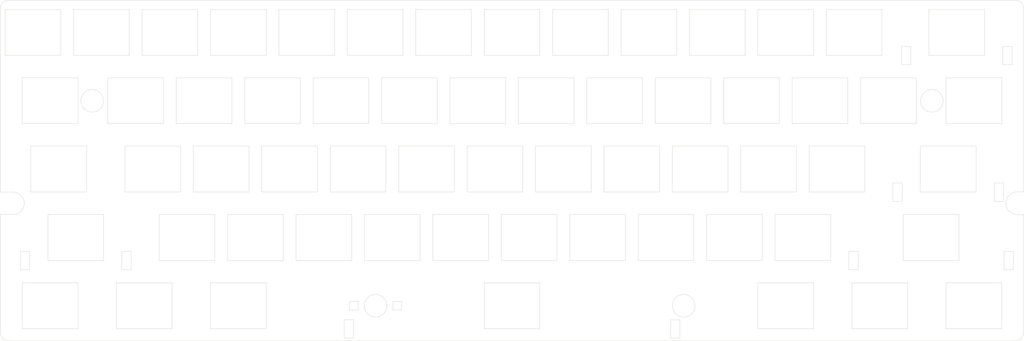
<source format=kicad_pcb>
(kicad_pcb (version 20210228) (generator pcbnew)

  (general
    (thickness 1.6)
  )

  (paper "A4")
  (layers
    (0 "F.Cu" signal)
    (31 "B.Cu" signal)
    (32 "B.Adhes" user "B.Adhesive")
    (33 "F.Adhes" user "F.Adhesive")
    (34 "B.Paste" user)
    (35 "F.Paste" user)
    (36 "B.SilkS" user "B.Silkscreen")
    (37 "F.SilkS" user "F.Silkscreen")
    (38 "B.Mask" user)
    (39 "F.Mask" user)
    (40 "Dwgs.User" user "User.Drawings")
    (41 "Cmts.User" user "User.Comments")
    (42 "Eco1.User" user "User.Eco1")
    (43 "Eco2.User" user "User.Eco2")
    (44 "Edge.Cuts" user)
    (45 "Margin" user)
    (46 "B.CrtYd" user "B.Courtyard")
    (47 "F.CrtYd" user "F.Courtyard")
    (48 "B.Fab" user)
    (49 "F.Fab" user)
    (50 "User.1" user)
    (51 "User.2" user)
    (52 "User.3" user)
    (53 "User.4" user)
    (54 "User.5" user)
    (55 "User.6" user)
    (56 "User.7" user)
    (57 "User.8" user)
    (58 "User.9" user)
  )

  (setup
    (pad_to_mask_clearance 0)
    (pcbplotparams
      (layerselection 0x00010fc_ffffffff)
      (disableapertmacros false)
      (usegerberextensions false)
      (usegerberattributes true)
      (usegerberadvancedattributes true)
      (creategerberjobfile true)
      (svguseinch false)
      (svgprecision 6)
      (excludeedgelayer true)
      (plotframeref false)
      (viasonmask false)
      (mode 1)
      (useauxorigin false)
      (hpglpennumber 1)
      (hpglpenspeed 20)
      (hpglpendiameter 15.000000)
      (dxfpolygonmode true)
      (dxfimperialunits true)
      (dxfusepcbnewfont true)
      (psnegative false)
      (psa4output false)
      (plotreference true)
      (plotvalue true)
      (plotinvisibletext false)
      (sketchpadsonfab false)
      (subtractmaskfromsilk false)
      (outputformat 1)
      (mirror false)
      (drillshape 0)
      (scaleselection 1)
      (outputdirectory "C:/Users/lfgab/Documents/GitHub/alpine-fr4-plate/alps64/gerbers/")
    )
  )


  (net 0 "")

  (gr_line (start 235.3375 98.074999) (end 219.8375 98.074999) (layer "Edge.Cuts") (width 0.1) (tstamp 0138c60c-2a4e-439c-91c1-523a8a38bbe4))
  (gr_line (start 193.375 132.525) (end 193.375 127.425) (layer "Edge.Cuts") (width 0.1) (tstamp 0144715c-ceab-4c6f-b65f-9b8d25c97320))
  (gr_line (start 241.26875 117.125) (end 241.26875 129.925) (layer "Edge.Cuts") (width 0.1) (tstamp 017dc4ab-ce9c-4919-9acf-e249326bc4fd))
  (gr_line (start 37.981249 113.475) (end 40.581249 113.475) (layer "Edge.Cuts") (width 0.1) (tstamp 031075aa-a3f8-4e3e-9010-3fd5e4bdaead))
  (gr_line (start 197.2375 98.074999) (end 181.7375 98.074999) (layer "Edge.Cuts") (width 0.1) (tstamp 03d44e03-a166-4745-9a86-d73ff0fb9dc8))
  (gr_line (start 113.475 124.725) (end 113.475 122.324999) (layer "Edge.Cuts") (width 0.1) (tstamp 043eb206-76c2-4bf2-b647-6aa5629f616f))
  (gr_line (start 149.6125 79.025) (end 134.1125 79.025) (layer "Edge.Cuts") (width 0.1) (tstamp 046311b2-b7eb-41cf-ae51-29c125fded3c))
  (gr_line (start 10.2875 117.125) (end 10.2875 129.925) (layer "Edge.Cuts") (width 0.1) (tstamp 04a4f266-ca85-4936-8e40-b014e5da8146))
  (gr_line (start 106.75 59.975) (end 91.25 59.975) (layer "Edge.Cuts") (width 0.1) (tstamp 058be06c-bc62-4e1c-8813-9fd1b7ad67ba))
  (gr_line (start 240.1 72.775) (end 240.1 59.975) (layer "Edge.Cuts") (width 0.1) (tstamp 05d15487-9978-4b40-bba0-ac7cac662874))
  (gr_line (start 206.7625 91.825) (end 206.7625 79.025) (layer "Edge.Cuts") (width 0.1) (tstamp 066c9218-3022-4c9d-8290-48d07570c86c))
  (gr_circle (center 194.425 123.525) (end 197.575 123.525) (layer "Edge.Cuts") (width 0.1) (fill none) (tstamp 06bf8005-f488-46ee-b1f1-424483a605f1))
  (gr_line (start 267.4625 72.775) (end 282.9625 72.775) (layer "Edge.Cuts") (width 0.1) (tstamp 072b20b1-7f65-4878-8e66-3f81d47be697))
  (gr_line (start 163.9 72.775) (end 163.9 59.975) (layer "Edge.Cuts") (width 0.1) (tstamp 08faaefb-e78e-4075-9333-312853415c9a))
  (gr_line (start 124.5875 110.875) (end 140.0875 110.875) (layer "Edge.Cuts") (width 0.1) (tstamp 0985a451-ac98-4b43-96d3-f6b26465e909))
  (gr_line (start 102.475 132.525) (end 99.875 132.525) (layer "Edge.Cuts") (width 0.1) (tstamp 09e132c8-95cd-49e3-9bc9-aa2f2651a299))
  (gr_line (start 262.699999 53.725) (end 278.199999 53.725) (layer "Edge.Cuts") (width 0.1) (tstamp 0ac4a34b-854c-4af0-8450-c04020c475e6))
  (gr_line (start 57.9125 91.825) (end 73.412499 91.825) (layer "Edge.Cuts") (width 0.1) (tstamp 0adec49a-a799-4ce5-86c2-ca7081c3ec1d))
  (gr_line (start 68.649999 72.775) (end 68.649999 59.975) (layer "Edge.Cuts") (width 0.1) (tstamp 0b4f227b-444b-4349-a98f-a688cd926508))
  (gr_line (start 34.099999 59.975) (end 34.099999 72.775) (layer "Edge.Cuts") (width 0.1) (tstamp 0d979cfc-d78a-4190-ae95-1fe522df0a1a))
  (gr_line (start 10.2875 72.775) (end 25.7875 72.775) (layer "Edge.Cuts") (width 0.1) (tstamp 0f08c217-b7e1-4c31-b51c-2e0032b344b6))
  (gr_line (start 100.775 53.725) (end 116.275 53.725) (layer "Edge.Cuts") (width 0.1) (tstamp 0f47bdf5-1877-4099-92a5-b0a3552668ed))
  (gr_line (start 257.65 56.325) (end 255.05 56.325) (layer "Edge.Cuts") (width 0.1) (tstamp 0f852242-0c9e-44cb-babc-f7dd9464a17a))
  (gr_line (start 181.7375 110.875) (end 197.2375 110.875) (layer "Edge.Cuts") (width 0.1) (tstamp 10863129-5bcd-487f-80d2-e1e4fad07143))
  (gr_line (start 105.5375 98.074999) (end 105.5375 110.875) (layer "Edge.Cuts") (width 0.1) (tstamp 10d38162-bb01-4b4f-8fb1-0e3d3ecbaec8))
  (gr_line (start 54.3625 79.025) (end 38.8625 79.025) (layer "Edge.Cuts") (width 0.1) (tstamp 127dddf6-3d82-4609-ad01-653a86502936))
  (gr_line (start 190.775 132.525) (end 193.375 132.525) (layer "Edge.Cuts") (width 0.1) (tstamp 15261507-46e8-4a50-aca0-2b5a44afe77c))
  (gr_line (start 283.46875 89.325) (end 280.86875 89.325) (layer "Edge.Cuts") (width 0.1) (tstamp 1529e968-e686-4c93-a241-dc813bd9af50))
  (gr_line (start 278.199999 40.925) (end 262.699999 40.925) (layer "Edge.Cuts") (width 0.1) (tstamp 15471e5a-8dde-4cf4-b7aa-8d643d2839a8))
  (gr_line (start 267.4625 117.125) (end 267.4625 129.925) (layer "Edge.Cuts") (width 0.1) (tstamp 16800cb5-2a3f-472d-8ea2-3ad91b4f3733))
  (gr_line (start 271.05625 98.074999) (end 255.55625 98.074999) (layer "Edge.Cuts") (width 0.1) (tstamp 172af558-2399-4327-a143-435c0bf56686))
  (gr_line (start 12.66875 91.825) (end 28.168749 91.825) (layer "Edge.Cuts") (width 0.1) (tstamp 1755c062-e528-4481-849b-56c775885418))
  (gr_line (start 40.581249 113.475) (end 40.581249 108.375) (layer "Edge.Cuts") (width 0.1) (tstamp 1883198a-6337-44a4-867d-3623c2bc6972))
  (gr_line (start 192.475 53.725) (end 192.475 40.925) (layer "Edge.Cuts") (width 0.1) (tstamp 191d71d9-6b84-4d98-a150-2196a9856d0e))
  (gr_line (start 192.475 40.925) (end 176.975 40.925) (layer "Edge.Cuts") (width 0.1) (tstamp 1c9e6a83-a04b-4af6-aa30-8d4755d12826))
  (gr_line (start 73.412499 91.825) (end 73.412499 79.025) (layer "Edge.Cuts") (width 0.1) (tstamp 1e00f5c1-4c32-4d4a-80a6-7d158a034a8f))
  (gr_line (start 99.875 127.425) (end 102.475 127.425) (layer "Edge.Cuts") (width 0.1) (tstamp 1e606ec2-64d1-4215-916e-63dff40156b1))
  (gr_line (start 256.76875 117.125) (end 241.26875 117.125) (layer "Edge.Cuts") (width 0.1) (tstamp 1e730ca4-b685-474c-9da7-35860963f3e1))
  (gr_line (start 25.7875 59.975) (end 10.2875 59.975) (layer "Edge.Cuts") (width 0.1) (tstamp 1f475e3b-e3e7-4793-89d1-7c817b650d71))
  (gr_line (start 157.925 40.925) (end 157.925 53.725) (layer "Edge.Cuts") (width 0.1) (tstamp 1f74e056-8f51-4a49-966b-11cf47fb086f))
  (gr_line (start 86.4875 98.074999) (end 86.4875 110.875) (layer "Edge.Cuts") (width 0.1) (tstamp 1fb25229-46c6-44b2-8c1a-265d089a93ef))
  (gr_line (start 111.5125 79.025) (end 96.0125 79.025) (layer "Edge.Cuts") (width 0.1) (tstamp 203ff4ce-d9d1-4113-81e0-9225789c4cf9))
  (gr_line (start 224.6 72.775) (end 240.1 72.775) (layer "Edge.Cuts") (width 0.1) (tstamp 209454b7-4a12-46ae-9786-6083663c7baa))
  (gr_line (start 81.724999 53.725) (end 97.225 53.725) (layer "Edge.Cuts") (width 0.1) (tstamp 214344ad-5a68-4e96-a2e6-13596f08ae6b))
  (gr_line (start 73.412499 79.025) (end 57.9125 79.025) (layer "Edge.Cuts") (width 0.1) (tstamp 21766d68-9b11-4c61-ba8c-099c1c364fd4))
  (gr_line (start 49.599999 72.775) (end 49.599999 59.975) (layer "Edge.Cuts") (width 0.1) (tstamp 21d9a72b-02f0-45e3-a8a8-e4c93f622f10))
  (gr_line (start 157.925 53.725) (end 173.425 53.725) (layer "Edge.Cuts") (width 0.1) (tstamp 2240b5c6-ef95-44c2-8415-0d299c6cb3b6))
  (gr_line (start 106.75 72.775) (end 106.75 59.975) (layer "Edge.Cuts") (width 0.1) (tstamp 22631594-af97-4826-a00a-c8735c0e5bdc))
  (gr_line (start 221.05 59.975) (end 205.55 59.975) (layer "Edge.Cuts") (width 0.1) (tstamp 22acf47a-c8b7-44b7-a29b-1d251c832d95))
  (gr_line (start 176.975 53.725) (end 192.475 53.725) (layer "Edge.Cuts") (width 0.1) (tstamp 23560569-4294-4fc6-bcd2-5e22ab2b0ea8))
  (gr_line (start 101.375 124.725) (end 101.375 122.324999) (layer "Edge.Cuts") (width 0.1) (tstamp 2418b009-adac-4c51-842a-5735e369665b))
  (gr_line (start 10.2875 129.925) (end 25.7875 129.925) (layer "Edge.Cuts") (width 0.1) (tstamp 257a22fb-7e30-4203-a0a4-25866d8e6c2f))
  (gr_line (start 100.775 40.925) (end 100.775 53.725) (layer "Edge.Cuts") (width 0.1) (tstamp 2710d280-7e6b-4d1b-a614-87128fc9633e))
  (gr_line (start 230.575 117.125) (end 215.075 117.125) (layer "Edge.Cuts") (width 0.1) (tstamp 2802252d-d85c-4aa5-9d33-fb09aa49efa5))
  (gr_line (start 182.95 72.775) (end 182.95 59.975) (layer "Edge.Cuts") (width 0.1) (tstamp 28c69063-b494-4697-b8db-e9166cc9a2ca))
  (gr_line (start 252.66875 89.325) (end 255.26875 89.325) (layer "Edge.Cuts") (width 0.1) (tstamp 2950f32d-6aa4-4227-b0dc-7d6c27640659))
  (gr_line (start 191.2625 91.825) (end 206.7625 91.825) (layer "Edge.Cuts") (width 0.1) (tstamp 29517d5a-7b69-4724-80d8-1bf12dfcb252))
  (gr_line (start 115.875 122.324999) (end 115.875 124.725) (layer "Edge.Cuts") (width 0.1) (tstamp 29f0230e-e03e-45bb-837c-e96e8ddd4074))
  (gr_line (start 25.7875 129.925) (end 25.7875 117.125) (layer "Edge.Cuts") (width 0.1) (tstamp 2a26cbba-fdaf-43de-9b52-198ab06e2887))
  (gr_line (start 287.324999 98.149999) (end 289.125 98.149999) (layer "Edge.Cuts") (width 0.1) (tstamp 2ac69696-e514-4bc0-b7fc-5792e0db9267))
  (gr_line (start 255.05 56.325) (end 255.05 51.225) (layer "Edge.Cuts") (width 0.1) (tstamp 2bde38f2-a9d4-46b8-811c-ae06c2de9319))
  (gr_line (start 99.875 132.525) (end 99.875 127.425) (layer "Edge.Cuts") (width 0.1) (tstamp 2bdee1fa-7609-482b-b3cf-f4eda71748ea))
  (gr_line (start 255.26875 94.425) (end 252.66875 94.425) (layer "Edge.Cuts") (width 0.1) (tstamp 2c4f3256-1531-42c2-83c1-aaada750c53b))
  (gr_line (start 92.4625 79.025) (end 76.962499 79.025) (layer "Edge.Cuts") (width 0.1) (tstamp 2c96f66a-92ec-4fdb-9a27-ace7340856cb))
  (gr_line (start 178.187499 98.074999) (end 162.6875 98.074999) (layer "Edge.Cuts") (width 0.1) (tstamp 2f212629-4748-47e6-8772-ef74102f4498))
  (gr_line (start 234.125 53.725) (end 249.625 53.725) (layer "Edge.Cuts") (width 0.1) (tstamp 2f482799-1a3f-45f3-b378-af495557b980))
  (gr_line (start 205.55 59.975) (end 205.55 72.775) (layer "Edge.Cuts") (width 0.1) (tstamp 30fe3261-8b57-40d6-a53f-9305aff5874f))
  (gr_line (start 159.1375 98.074999) (end 143.6375 98.074999) (layer "Edge.Cuts") (width 0.1) (tstamp 3121e120-3dfd-4a27-aa20-ed2e9ebb7bda))
  (gr_line (start 40.074999 40.925) (end 24.574999 40.925) (layer "Edge.Cuts") (width 0.1) (tstamp 32e7d099-07c5-401b-80ff-aae560160b51))
  (gr_line (start 202 59.975) (end 186.5 59.975) (layer "Edge.Cuts") (width 0.1) (tstamp 35731a6d-ab8f-4467-bd41-8d15f8bed5d9))
  (gr_line (start 4.125 98.05) (end 4.125 130.824999) (layer "Edge.Cuts") (width 0.1) (tstamp 35e57c7b-1477-46ba-86d5-a013dad77392))
  (gr_arc (start 7.725 94.95) (end 7.725 98.05) (angle -180) (layer "Edge.Cuts") (width 0.1) (tstamp 369d4982-fdec-437a-a05d-582e64794f5a))
  (gr_line (start 36.481199 129.925) (end 51.981199 129.925) (layer "Edge.Cuts") (width 0.1) (tstamp 383ef227-38f1-4b62-9d8d-cb9e3ce546e7))
  (gr_line (start 271.05625 110.875) (end 271.05625 98.074999) (layer "Edge.Cuts") (width 0.1) (tstamp 3888130b-d5dc-4e6a-9968-49f422acc99b))
  (gr_circle (center 29.7375 66.375) (end 32.887499 66.375) (layer "Edge.Cuts") (width 0.1) (fill none) (tstamp 389380ca-d443-4e3c-9a03-d516f35f17ff))
  (gr_line (start 17.431251 98.074999) (end 17.431251 110.875) (layer "Edge.Cuts") (width 0.1) (tstamp 39ae5f70-b2f2-4965-b263-58f4893cfd6d))
  (gr_line (start 32.93125 110.875) (end 32.93125 98.074999) (layer "Edge.Cuts") (width 0.1) (tstamp 3a40edd3-81b2-4326-a2c0-c46df227d454))
  (gr_line (start 240.40625 113.475) (end 240.40625 108.375) (layer "Edge.Cuts") (width 0.1) (tstamp 3d812bbd-d35a-48a0-ba88-63e97534f038))
  (gr_line (start 103.775 124.725) (end 101.375 124.725) (layer "Edge.Cuts") (width 0.1) (tstamp 3dde49e3-1e1a-426e-bb51-e1981bbee013))
  (gr_line (start 21.025001 40.925) (end 5.525 40.925) (layer "Edge.Cuts") (width 0.1) (tstamp 3e0d77dd-b43d-4f8d-aef4-aed4639da04d))
  (gr_line (start 82.9375 110.875) (end 82.9375 98.074999) (layer "Edge.Cuts") (width 0.1) (tstamp 3e5be724-6edf-4a1c-bc73-5dac69f6e1f8))
  (gr_line (start 12.38125 113.475) (end 9.78125 113.475) (layer "Edge.Cuts") (width 0.1) (tstamp 3faf8278-a6bd-4482-a5b7-f13720615232))
  (gr_line (start 96.0125 79.025) (end 96.0125 91.825) (layer "Edge.Cuts") (width 0.1) (tstamp 402aa0df-9607-48a4-9f84-9ccc57f03c4a))
  (gr_line (start 282.9625 129.925) (end 282.9625 117.125) (layer "Edge.Cuts") (width 0.1) (tstamp 405ab956-86a4-4817-bf51-c1fb2221dea8))
  (gr_line (start 62.675 129.925) (end 78.175 129.925) (layer "Edge.Cuts") (width 0.1) (tstamp 4061e388-148d-4d9f-9ead-050900fabf6c))
  (gr_line (start 229.3625 79.025) (end 229.3625 91.825) (layer "Edge.Cuts") (width 0.1) (tstamp 4090b67b-dbec-4f55-ab33-942448688408))
  (gr_line (start 59.125 40.925) (end 43.625 40.925) (layer "Edge.Cuts") (width 0.1) (tstamp 40a8c7da-7668-4e23-afc3-a113b310828e))
  (gr_line (start 130.562499 91.825) (end 130.562499 79.025) (layer "Edge.Cuts") (width 0.1) (tstamp 40be5700-67f6-4807-a128-5f4ba694b959))
  (gr_line (start 135.325 40.925) (end 119.825 40.925) (layer "Edge.Cuts") (width 0.1) (tstamp 428a6435-3efe-474b-a2ef-9b3da6414d8a))
  (gr_line (start 211.525 53.725) (end 211.525 40.925) (layer "Edge.Cuts") (width 0.1) (tstamp 42c7e40a-3b89-48ad-b34c-057132f4c77c))
  (gr_line (start 62.675 53.725) (end 78.175 53.725) (layer "Edge.Cuts") (width 0.1) (tstamp 43de348e-c85b-4ce8-84bf-a8308b03a283))
  (gr_line (start 68.649999 59.975) (end 53.15 59.975) (layer "Edge.Cuts") (width 0.1) (tstamp 43f32448-e437-4920-8fe6-5da1bb9d2cbf))
  (gr_line (start 190.775 127.425) (end 190.775 132.525) (layer "Edge.Cuts") (width 0.1) (tstamp 4470e746-8e5e-477f-b208-c6e4c887e75c))
  (gr_line (start 125.8 72.775) (end 125.8 59.975) (layer "Edge.Cuts") (width 0.1) (tstamp 4495b53b-3ef5-4e6e-a134-26cc808693b0))
  (gr_line (start 134.1125 91.825) (end 149.6125 91.825) (layer "Edge.Cuts") (width 0.1) (tstamp 46d6aeb1-ced0-4bdd-ac2c-97f4deb5a3b1))
  (gr_line (start 115.875 124.725) (end 113.475 124.725) (layer "Edge.Cuts") (width 0.1) (tstamp 47c69100-74f1-479d-a192-4390863f89fe))
  (gr_line (start 197.2375 110.875) (end 197.2375 98.074999) (layer "Edge.Cuts") (width 0.1) (tstamp 49326b21-0790-4f58-b8c7-7ec2929f6d37))
  (gr_line (start 206.7625 79.025) (end 191.2625 79.025) (layer "Edge.Cuts") (width 0.1) (tstamp 496358c7-6a71-4b53-92f5-da21a3ded530))
  (gr_line (start 116.275 53.725) (end 116.275 40.925) (layer "Edge.Cuts") (width 0.1) (tstamp 4a476ac7-69fe-445b-acd2-36c5b73bd262))
  (gr_line (start 202 72.775) (end 202 59.975) (layer "Edge.Cuts") (width 0.1) (tstamp 4aa8ef73-96ad-4e1c-b136-c20d28df54c0))
  (gr_line (start 87.7 72.775) (end 87.7 59.975) (layer "Edge.Cuts") (width 0.1) (tstamp 4b639f48-0082-4046-9ded-21459859429f))
  (gr_line (start 255.26875 89.325) (end 255.26875 94.425) (layer "Edge.Cuts") (width 0.1) (tstamp 4b6f893a-1815-4bcf-af37-a515b8cafaf6))
  (gr_line (start 167.45 72.775) (end 182.95 72.775) (layer "Edge.Cuts") (width 0.1) (tstamp 4bda9abf-f3bd-444a-8373-c2079671ec54))
  (gr_line (start 280.86875 94.425) (end 283.46875 94.425) (layer "Edge.Cuts") (width 0.1) (tstamp 4df7b9f2-6c9d-4657-844f-a84bfc33d409))
  (gr_line (start 105.5375 110.875) (end 121.0375 110.875) (layer "Edge.Cuts") (width 0.1) (tstamp 50382983-5c45-45f3-ac15-e8a591cf09e2))
  (gr_line (start 6.625 38.325) (end 286.625 38.325) (layer "Edge.Cuts") (width 0.1) (tstamp 50ac3c44-2550-48c9-88a9-3d6703b81adf))
  (gr_line (start 210.3125 79.025) (end 210.3125 91.825) (layer "Edge.Cuts") (width 0.1) (tstamp 51b36a6c-4394-4fc1-8635-60a70a16392d))
  (gr_line (start 215.075 53.725) (end 230.575 53.725) (layer "Edge.Cuts") (width 0.1) (tstamp 54fcbd2d-b39e-4b87-91c6-d8f2f61af746))
  (gr_line (start 91.25 59.975) (end 91.25 72.775) (layer "Edge.Cuts") (width 0.1) (tstamp 5562578b-216b-482a-8dff-45aae9528279))
  (gr_line (start 234.125 40.925) (end 234.125 53.725) (layer "Edge.Cuts") (width 0.1) (tstamp 55b4a834-cad6-4bff-bf44-c645d4467b5a))
  (gr_line (start 138.874999 129.925) (end 154.374999 129.925) (layer "Edge.Cuts") (width 0.1) (tstamp 57bc6aef-0ccb-4215-bdde-1ac7e039e6d1))
  (gr_line (start 12.66875 79.025) (end 12.66875 91.825) (layer "Edge.Cuts") (width 0.1) (tstamp 58f5baa1-287b-4cf8-97d4-5263abd44d28))
  (gr_line (start 72.2 59.975) (end 72.2 72.775) (layer "Edge.Cuts") (width 0.1) (tstamp 59a49d78-00c1-4840-bcd4-76a9bf62dad2))
  (gr_line (start 91.25 72.775) (end 106.75 72.775) (layer "Edge.Cuts") (width 0.1) (tstamp 5a02ba56-2626-48b7-b138-3198f4596878))
  (gr_line (start 187.7125 91.825) (end 187.7125 79.025) (layer "Edge.Cuts") (width 0.1) (tstamp 5c6edf1b-e97f-4065-adc7-72974954ab45))
  (gr_line (start 9.78125 108.375) (end 12.38125 108.375) (layer "Edge.Cuts") (width 0.1) (tstamp 5dd25dd3-01b7-4da3-952c-3aaaffc87af8))
  (gr_line (start 130.562499 79.025) (end 115.0625 79.025) (layer "Edge.Cuts") (width 0.1) (tstamp 5e30d76b-f80d-44cf-8b19-4d3833f064c2))
  (gr_line (start 178.187499 110.875) (end 178.187499 98.074999) (layer "Edge.Cuts") (width 0.1) (tstamp 62370a9f-efc9-4845-a1b0-41753bd044e5))
  (gr_line (start 9.78125 113.475) (end 9.78125 108.375) (layer "Edge.Cuts") (width 0.1) (tstamp 6332e880-4c0f-4c7f-8869-03497c155d60))
  (gr_line (start 111.5125 91.825) (end 111.5125 79.025) (layer "Edge.Cuts") (width 0.1) (tstamp 63b17788-1b16-4b35-a330-b690d1080d9b))
  (gr_line (start 116.275 40.925) (end 100.775 40.925) (layer "Edge.Cuts") (width 0.1) (tstamp 65751797-0b05-476b-b35a-c49578743756))
  (gr_line (start 280.86875 89.325) (end 280.86875 94.425) (layer "Edge.Cuts") (width 0.1) (tstamp 65b37b97-58d3-4a65-8b32-c5ddb1e9e403))
  (gr_line (start 153.1625 79.025) (end 153.1625 91.825) (layer "Edge.Cuts") (width 0.1) (tstamp 65df7caf-5f03-41f5-ad95-2a2fde4403cc))
  (gr_line (start 259.15 59.975) (end 243.65 59.975) (layer "Edge.Cuts") (width 0.1) (tstamp 667bbb87-ba4c-453e-8bb1-4c7b3239fc67))
  (gr_line (start 21.025001 53.725) (end 21.025001 40.925) (layer "Edge.Cuts") (width 0.1) (tstamp 668a4aa1-1358-46c1-9374-b3c841938b7d))
  (gr_line (start 262.699999 40.925) (end 262.699999 53.725) (layer "Edge.Cuts") (width 0.1) (tstamp 67b8059e-1c83-445b-846c-afedddf43ad8))
  (gr_line (start 76.962499 91.825) (end 92.4625 91.825) (layer "Edge.Cuts") (width 0.1) (tstamp 67cd4044-30e6-449f-a4f0-45bb08f65d44))
  (gr_arc (start 287.324999 94.95) (end 287.324999 91.749999) (angle -180) (layer "Edge.Cuts") (width 0.1) (tstamp 684a43a9-f0a4-4abc-91ee-4f969663cf48))
  (gr_line (start 92.4625 91.825) (end 92.4625 79.025) (layer "Edge.Cuts") (width 0.1) (tstamp 68afeb68-c903-4729-85f5-124e58309c46))
  (gr_line (start 82.9375 98.074999) (end 67.4375 98.074999) (layer "Edge.Cuts") (width 0.1) (tstamp 6ba61030-213c-46eb-bc3f-929f9bf3cfe5))
  (gr_line (start 255.55625 98.074999) (end 255.55625 110.875) (layer "Edge.Cuts") (width 0.1) (tstamp 6bacb662-f119-4d91-b6bc-198070bf148a))
  (gr_line (start 221.05 72.775) (end 221.05 59.975) (layer "Edge.Cuts") (width 0.1) (tstamp 6ea9d5f1-6020-4324-81af-ef7893654129))
  (gr_line (start 115.0625 91.825) (end 130.562499 91.825) (layer "Edge.Cuts") (width 0.1) (tstamp 6f0d49f1-6056-4f97-a96b-2d3c4b114d40))
  (gr_line (start 134.1125 79.025) (end 134.1125 91.825) (layer "Edge.Cuts") (width 0.1) (tstamp 70e0c3c2-7cb0-420f-86b3-a5bb3de3b20c))
  (gr_line (start 287.324999 91.749999) (end 289.125 91.749999) (layer "Edge.Cuts") (width 0.1) (tstamp 72206535-63dd-463c-9b68-42914ecafd6c))
  (gr_circle (center 108.625 123.525) (end 111.775 123.525) (layer "Edge.Cuts") (width 0.1) (fill none) (tstamp 7278b769-c71a-4ec4-9a96-880778e1f806))
  (gr_line (start 211.525 40.925) (end 196.025 40.925) (layer "Edge.Cuts") (width 0.1) (tstamp 733e27eb-f24f-40c3-b45c-3db1347e7854))
  (gr_line (start 59.125 53.725) (end 59.125 40.925) (layer "Edge.Cuts") (width 0.1) (tstamp 73cb12b8-049d-4b67-bf90-c6dae0b3d02c))
  (gr_line (start 289.125 130.824999) (end 289.125 98.149999) (layer "Edge.Cuts") (width 0.1) (tstamp 74b532b9-04d8-4faf-a214-576285147b23))
  (gr_line (start 110.3 72.775) (end 125.8 72.775) (layer "Edge.Cuts") (width 0.1) (tstamp 780fd202-8a62-4763-bd93-89632d95106b))
  (gr_line (start 78.175 53.725) (end 78.175 40.925) (layer "Edge.Cuts") (width 0.1) (tstamp 7845d96a-2ead-4934-a277-3168903848be))
  (gr_line (start 119.825 53.725) (end 135.325 53.725) (layer "Edge.Cuts") (width 0.1) (tstamp 7864ad29-898b-4d0c-a327-fd73c013d41a))
  (gr_line (start 53.15 72.775) (end 68.649999 72.775) (layer "Edge.Cuts") (width 0.1) (tstamp 7a2eaaa9-2545-43cf-ae30-3c22261f9308))
  (gr_line (start 172.2125 79.025) (end 172.2125 91.825) (layer "Edge.Cuts") (width 0.1) (tstamp 7a39dddc-fba1-4b8a-a53b-a25dc0c7e49b))
  (gr_line (start 78.175 129.925) (end 78.175 117.125) (layer "Edge.Cuts") (width 0.1) (tstamp 7c1b07c8-69da-444e-9509-747b11498d4a))
  (gr_line (start 173.425 40.925) (end 157.925 40.925) (layer "Edge.Cuts") (width 0.1) (tstamp 7c97d1b0-08be-4569-9739-e765f0b94da1))
  (gr_line (start 154.374999 40.925) (end 138.874999 40.925) (layer "Edge.Cuts") (width 0.1) (tstamp 7ca38095-dbec-4993-9be1-a9433a9f2a51))
  (gr_line (start 243.00625 108.375) (end 243.00625 113.475) (layer "Edge.Cuts") (width 0.1) (tstamp 7cd9a4c4-33d5-4761-9d4a-cc233951deb5))
  (gr_line (start 252.66875 94.425) (end 252.66875 89.325) (layer "Edge.Cuts") (width 0.1) (tstamp 7d804def-188a-46c1-b9af-71d834e8bfe3))
  (gr_line (start 28.168749 91.825) (end 28.168749 79.025) (layer "Edge.Cuts") (width 0.1) (tstamp 7d87e302-3e6c-417c-94d8-6ace18138a53))
  (gr_line (start 124.5875 98.074999) (end 124.5875 110.875) (layer "Edge.Cuts") (width 0.1) (tstamp 7e55c53b-1be8-4d07-b4f4-ae08173ce9a0))
  (gr_circle (center 263.512499 66.375) (end 266.662499 66.375) (layer "Edge.Cuts") (width 0.1) (fill none) (tstamp 80b006dd-b837-4847-b893-16733a0f91c4))
  (gr_line (start 63.8875 110.875) (end 63.8875 98.074999) (layer "Edge.Cuts") (width 0.1) (tstamp 81abb4e7-b69b-4f98-899d-8a07e841f67b))
  (gr_line (start 148.4 59.975) (end 148.4 72.775) (layer "Edge.Cuts") (width 0.1) (tstamp 8221a16b-4a45-4656-aafd-55de4a683201))
  (gr_line (start 4.125 40.825) (end 4.125 91.85) (layer "Edge.Cuts") (width 0.1) (tstamp 825f4647-49f7-4cf2-aaae-ba6e0e900553))
  (gr_line (start 140.0875 98.074999) (end 124.5875 98.074999) (layer "Edge.Cuts") (width 0.1) (tstamp 83362b62-43a8-4ee3-8428-9ce3b06917b4))
  (gr_line (start 249.625 40.925) (end 234.125 40.925) (layer "Edge.Cuts") (width 0.1) (tstamp 837de9df-669d-4bbc-b5f9-0b3a297eead1))
  (gr_line (start 129.35 59.975) (end 129.35 72.775) (layer "Edge.Cuts") (width 0.1) (tstamp 83f5bd23-35d0-422a-a8f2-05321bf14006))
  (gr_line (start 144.85 72.775) (end 144.85 59.975) (layer "Edge.Cuts") (width 0.1) (tstamp 84750672-deeb-462e-877f-0b9580f1f217))
  (gr_line (start 243.65 59.975) (end 243.65 72.775) (layer "Edge.Cuts") (width 0.1) (tstamp 85a7fe33-ce66-491c-8352-c49148ce1310))
  (gr_line (start 97.225 40.925) (end 81.724999 40.925) (layer "Edge.Cuts") (width 0.1) (tstamp 85dd092e-33a8-46ed-b412-9ef00f60e98b))
  (gr_line (start 275.81875 91.825) (end 275.81875 79.025) (layer "Edge.Cuts") (width 0.1) (tstamp 8748a2a3-dd6b-4e0b-9283-9cee7e504d78))
  (gr_line (start 167.45 59.975) (end 167.45 72.775) (layer "Edge.Cuts") (width 0.1) (tstamp 87b3347c-9898-46c8-b73a-334e1b07879d))
  (gr_line (start 249.625 53.725) (end 249.625 40.925) (layer "Edge.Cuts") (width 0.1) (tstamp 8802d87a-8a21-4634-94a0-ec9df0918673))
  (gr_line (start 215.075 129.925) (end 230.575 129.925) (layer "Edge.Cuts") (width 0.1) (tstamp 8895e795-5c3a-4003-9d6f-bd230b9881c4))
  (gr_line (start 244.8625 91.825) (end 244.8625 79.025) (layer "Edge.Cuts") (width 0.1) (tstamp 89e9a70c-ac14-4c26-b446-f42aad5af2c5))
  (gr_line (start 225.8125 79.025) (end 210.3125 79.025) (layer "Edge.Cuts") (width 0.1) (tstamp 8aa567c2-3925-448e-8985-e1b3bd68f9d5))
  (gr_line (start 154.374999 129.925) (end 154.374999 117.125) (layer "Edge.Cuts") (width 0.1) (tstamp 8d0c9381-e775-4e30-b4a0-59436d0fbef9))
  (gr_line (start 96.0125 91.825) (end 111.5125 91.825) (layer "Edge.Cuts") (width 0.1) (tstamp 8ec17ce2-1978-4330-9d5f-87b2f96b079f))
  (gr_line (start 67.4375 98.074999) (end 67.4375 110.875) (layer "Edge.Cuts") (width 0.1) (tstamp 8f1cc168-eeba-4872-bb98-4cd59ae64408))
  (gr_line (start 267.4625 129.925) (end 282.9625 129.925) (layer "Edge.Cuts") (width 0.1) (tstamp 8f7ea249-c9e3-4191-9bb5-0c8c085dc0f8))
  (gr_line (start 243.65 72.775) (end 259.15 72.775) (layer "Edge.Cuts") (width 0.1) (tstamp 919c2c4e-d099-4d6f-a998-6694418cba9c))
  (gr_line (start 138.874999 53.725) (end 154.374999 53.725) (layer "Edge.Cuts") (width 0.1) (tstamp 920f2f14-ef3d-4ef4-98f1-d3b9ced53777))
  (gr_line (start 5.525 53.725) (end 21.025001 53.725) (layer "Edge.Cuts") (width 0.1) (tstamp 92a2a78f-62df-4946-a94d-e8e9908709dd))
  (gr_line (start 282.9625 59.975) (end 267.4625 59.975) (layer "Edge.Cuts") (width 0.1) (tstamp 92dc13c2-81dd-4d5e-8eb7-9ec40a535d9c))
  (gr_line (start 7.725 98.05) (end 4.125 98.05) (layer "Edge.Cuts") (width 0.1) (tstamp 93fc7ba4-b7d9-42ab-b79a-3d6897975ac1))
  (gr_line (start 193.375 127.425) (end 190.775 127.425) (layer "Edge.Cuts") (width 0.1) (tstamp 9434cf5e-4713-4442-b773-3c71ad23fe56))
  (gr_line (start 24.574999 53.725) (end 40.074999 53.725) (layer "Edge.Cuts") (width 0.1) (tstamp 967237ae-3a5f-4889-9207-417518ab91ea))
  (gr_line (start 38.8625 91.825) (end 54.3625 91.825) (layer "Edge.Cuts") (width 0.1) (tstamp 97334b5f-de4b-48bc-98f0-019497eddb41))
  (gr_line (start 32.93125 98.074999) (end 17.431251 98.074999) (layer "Edge.Cuts") (width 0.1) (tstamp 974b8455-b52f-4cca-b281-e483f2803c4b))
  (gr_line (start 255.55625 110.875) (end 271.05625 110.875) (layer "Edge.Cuts") (width 0.1) (tstamp 97738c23-6584-4217-9f04-f3772e83ab46))
  (gr_line (start 286.20625 113.475) (end 286.20625 108.375) (layer "Edge.Cuts") (width 0.1) (tstamp 9821db7a-441e-4f8b-845f-4f3a2e587fb9))
  (gr_line (start 87.7 59.975) (end 72.2 59.975) (layer "Edge.Cuts") (width 0.1) (tstamp 98cdee8b-5c5b-4f2e-a4b0-097d3c512ea3))
  (gr_line (start 25.7875 72.775) (end 25.7875 59.975) (layer "Edge.Cuts") (width 0.1) (tstamp 99522c07-f7dd-4d84-9438-780ab8ae1ec2))
  (gr_line (start 40.581249 108.375) (end 37.981249 108.375) (layer "Edge.Cuts") (width 0.1) (tstamp 99dfb53b-0b6a-40cf-b772-e6f93b332e9c))
  (gr_line (start 196.025 53.725) (end 211.525 53.725) (layer "Edge.Cuts") (width 0.1) (tstamp 9a785666-368a-45fb-bfeb-ae2dc4c27c27))
  (gr_line (start 7.725 91.85) (end 4.125 91.85) (layer "Edge.Cuts") (width 0.1) (tstamp 9b22a31c-ec30-4175-a46b-48123fb806d7))
  (gr_line (start 43.625 53.725) (end 59.125 53.725) (layer "Edge.Cuts") (width 0.1) (tstamp 9e3ac321-2812-4415-81f8-e5b02b3e5f64))
  (gr_line (start 283.606249 113.475) (end 286.20625 113.475) (layer "Edge.Cuts") (width 0.1) (tstamp 9ea72e52-3b88-4348-9f0e-74587dbcc75e))
  (gr_line (start 102.475 127.425) (end 102.475 132.525) (layer "Edge.Cuts") (width 0.1) (tstamp a0b049f1-42a8-408a-af16-e2832e521a17))
  (gr_line (start 216.2875 98.074999) (end 200.7875 98.074999) (layer "Edge.Cuts") (width 0.1) (tstamp a18c0b29-c5ab-4d72-a884-38bd639d4b19))
  (gr_line (start 285.85 56.325) (end 285.85 51.225) (layer "Edge.Cuts") (width 0.1) (tstamp a2c2bc4b-f0d7-4baf-a225-957f291bf3e4))
  (gr_line (start 34.099999 72.775) (end 49.599999 72.775) (layer "Edge.Cuts") (width 0.1) (tstamp a42b9c63-38be-4225-8188-a203830fccf2))
  (gr_line (start 115.0625 79.025) (end 115.0625 91.825) (layer "Edge.Cuts") (width 0.1) (tstamp a59e452f-e057-476d-9624-c0bab3b34bb9))
  (gr_line (start 267.4625 59.975) (end 267.4625 72.775) (layer "Edge.Cuts") (width 0.1) (tstamp a74a9872-b8fa-4584-8371-0ef4a996c499))
  (gr_line (start 140.0875 110.875) (end 140.0875 98.074999) (layer "Edge.Cuts") (width 0.1) (tstamp a88d7a13-cd28-4240-9614-c7611fc37fa6))
  (gr_line (start 51.981199 117.125) (end 36.481199 117.125) (layer "Edge.Cuts") (width 0.1) (tstamp aa641dcc-e724-4904-8a62-c1c4d9b0a497))
  (gr_line (start 289.125 40.825) (end 289.125 91.749999) (layer "Edge.Cuts") (width 0.1) (tstamp aae14d93-2456-4af2-882f-1aa39fb3a4fb))
  (gr_line (start 283.606249 108.375) (end 283.606249 113.475) (layer "Edge.Cuts") (width 0.1) (tstamp ac7d9dd2-c27f-469a-97e8-aafba260462a))
  (gr_line (start 219.8375 98.074999) (end 219.8375 110.875) (layer "Edge.Cuts") (width 0.1) (tstamp accccd3f-e19d-4174-9d7d-65e6209cc46f))
  (gr_line (start 12.38125 108.375) (end 12.38125 113.475) (layer "Edge.Cuts") (width 0.1) (tstamp ad11819e-7430-45cf-bd96-130e6af431c5))
  (gr_line (start 125.8 59.975) (end 110.3 59.975) (layer "Edge.Cuts") (width 0.1) (tstamp ad6eee25-fde4-4c3a-b9a7-48a8bcb88239))
  (gr_line (start 149.6125 91.825) (end 149.6125 79.025) (layer "Edge.Cuts") (width 0.1) (tstamp adb8fc43-6264-4e5b-af2a-7f1bb87c7eec))
  (gr_line (start 67.4375 110.875) (end 82.9375 110.875) (layer "Edge.Cuts") (width 0.1) (tstamp aeb5d3d5-c1d2-4c68-ab54-9ab61590e58a))
  (gr_line (start 283.25 51.225) (end 283.25 56.325) (layer "Edge.Cuts") (width 0.1) (tstamp aed1b3f2-85c7-4474-951e-80724245f673))
  (gr_line (start 101.375 122.324999) (end 103.775 122.324999) (layer "Edge.Cuts") (width 0.1) (tstamp b00b2a8d-6049-49c4-be1c-a4c5235cd2f8))
  (gr_line (start 162.6875 110.875) (end 178.187499 110.875) (layer "Edge.Cuts") (width 0.1) (tstamp b0bfe861-7a55-4370-9b16-74d095f4edf9))
  (gr_line (start 187.7125 79.025) (end 172.2125 79.025) (layer "Edge.Cuts") (width 0.1) (tstamp b0fd6005-7136-4253-afcd-06e3268cab10))
  (gr_line (start 6.625 133.324999) (end 286.625 133.324999) (layer "Edge.Cuts") (width 0.1) (tstamp b1ab597a-ef19-45c4-8759-7b1fe4fffe7c))
  (gr_line (start 154.374999 117.125) (end 138.874999 117.125) (layer "Edge.Cuts") (width 0.1) (tstamp b2f7d42c-d05f-43a0-950d-b20d59c94220))
  (gr_line (start 144.85 59.975) (end 129.35 59.975) (layer "Edge.Cuts") (width 0.1) (tstamp b3575300-36d1-46a4-a658-3769b39f92d1))
  (gr_line (start 260.31875 91.825) (end 275.81875 91.825) (layer "Edge.Cuts") (width 0.1) (tstamp b3ece2d6-cccf-4060-a46c-07f31b178120))
  (gr_line (start 36.481199 117.125) (end 36.481199 129.925) (layer "Edge.Cuts") (width 0.1) (tstamp b49edcf6-9c32-4c4a-adbf-75c3c7147fe3))
  (gr_line (start 286.20625 108.375) (end 283.606249 108.375) (layer "Edge.Cuts") (width 0.1) (tstamp b4ec512a-c1aa-484d-b818-da52a5e9daa3))
  (gr_line (start 224.6 59.975) (end 224.6 72.775) (layer "Edge.Cuts") (width 0.1) (tstamp b4f5ef3d-a605-48d8-9f78-ce0d0a24b1c4))
  (gr_line (start 230.575 129.925) (end 230.575 117.125) (layer "Edge.Cuts") (width 0.1) (tstamp b566e70c-9aa9-4ab8-84bd-ac22aaf55023))
  (gr_line (start 181.7375 98.074999) (end 181.7375 110.875) (layer "Edge.Cuts") (width 0.1) (tstamp b62facf3-ba5e-4c9e-8c29-b841cee4dae4))
  (gr_line (start 121.0375 110.875) (end 121.0375 98.074999) (layer "Edge.Cuts") (width 0.1) (tstamp b693a26c-8d16-4ef9-989c-ff4c99b1adac))
  (gr_line (start 110.3 59.975) (end 110.3 72.775) (layer "Edge.Cuts") (width 0.1) (tstamp b742c377-908d-46bf-b8a3-7ffcee5f601e))
  (gr_line (start 48.3875 98.074999) (end 48.3875 110.875) (layer "Edge.Cuts") (width 0.1) (tstamp b7ae63ee-7953-4469-8cb5-efd6f09b0031))
  (gr_line (start 154.374999 53.725) (end 154.374999 40.925) (layer "Edge.Cuts") (width 0.1) (tstamp b8fc25ca-0390-4724-9c7e-d58bf5df6b8e))
  (gr_arc (start 6.625 130.824999) (end 4.125 130.824999) (angle -90) (layer "Edge.Cuts") (width 0.1) (tstamp bc486f3e-4d22-4a7e-8fdb-28042d11c693))
  (gr_line (start 62.675 40.925) (end 62.675 53.725) (layer "Edge.Cuts") (width 0.1) (tstamp bc72247c-2b0d-4af1-b309-6e3dd28bc0c8))
  (gr_line (start 63.8875 98.074999) (end 48.3875 98.074999) (layer "Edge.Cuts") (width 0.1) (tstamp bc735695-9169-4d8a-bd4d-020232793f1e))
  (gr_line (start 103.775 122.324999) (end 103.775 124.725) (layer "Edge.Cuts") (width 0.1) (tstamp bccd2051-dac1-4273-a722-e5ece86302dc))
  (gr_line (start 38.8625 79.025) (end 38.8625 91.825) (layer "Edge.Cuts") (width 0.1) (tstamp bd59aa32-9fbf-4fa5-a9c7-7117afbdae62))
  (gr_line (start 230.575 40.925) (end 215.075 40.925) (layer "Edge.Cuts") (width 0.1) (tstamp be192c70-d66e-454f-89e0-6b139d69577b))
  (gr_line (start 259.15 72.775) (end 259.15 59.975) (layer "Edge.Cuts") (width 0.1) (tstamp c0a130a3-c35e-4c5a-a1a3-bd324ef6ae7f))
  (gr_line (start 163.9 59.975) (end 148.4 59.975) (layer "Edge.Cuts") (width 0.1) (tstamp c0b734c2-4792-4ae5-b248-cfacac004ad9))
  (gr_line (start 76.962499 79.025) (end 76.962499 91.825) (layer "Edge.Cuts") (width 0.1) (tstamp c0d3547e-1ab4-401e-930f-2a2544d51c63))
  (gr_line (start 72.2 72.775) (end 87.7 72.775) (layer "Edge.Cuts") (width 0.1) (tstamp c158ba60-1b80-426a-b16e-9a3274122120))
  (gr_line (start 210.3125 91.825) (end 225.8125 91.825) (layer "Edge.Cuts") (width 0.1) (tstamp c195bfc3-215e-4398-94d3-b3e80b747697))
  (gr_line (start 230.575 53.725) (end 230.575 40.925) (layer "Edge.Cuts") (width 0.1) (tstamp c21079f8-5b3b-4e80-bac6-f4c328db4470))
  (gr_line (start 81.724999 40.925) (end 81.724999 53.725) (layer "Edge.Cuts") (width 0.1) (tstamp c2e2358c-36ce-4c4a-ab7f-5e9a6e79cee5))
  (gr_line (start 37.981249 108.375) (end 37.981249 113.475) (layer "Edge.Cuts") (width 0.1) (tstamp c382ed9d-8919-4dcb-b729-d36d70f83e7a))
  (gr_line (start 153.1625 91.825) (end 168.6625 91.825) (layer "Edge.Cuts") (width 0.1) (tstamp c3c1f154-7d7f-45b4-b3c1-5cc4b1635bd3))
  (gr_line (start 135.325 53.725) (end 135.325 40.925) (layer "Edge.Cuts") (width 0.1) (tstamp c3deb28b-f2e5-4223-8ffe-ae50f9de9e13))
  (gr_line (start 162.6875 98.074999) (end 162.6875 110.875) (layer "Edge.Cuts") (width 0.1) (tstamp c5552410-5328-467b-a42c-8b72efdd6612))
  (gr_line (start 200.7875 98.074999) (end 200.7875 110.875) (layer "Edge.Cuts") (width 0.1) (tstamp c5b21a14-0dcf-424a-9157-030b59debfd8))
  (gr_line (start 113.475 122.324999) (end 115.875 122.324999) (layer "Edge.Cuts") (width 0.1) (tstamp c62bf82b-4bcb-4f05-9c97-65acd474db79))
  (gr_line (start 275.81875 79.025) (end 260.31875 79.025) (layer "Edge.Cuts") (width 0.1) (tstamp c62ef023-29f5-44d9-9a6e-7bd16acead96))
  (gr_line (start 138.874999 40.925) (end 138.874999 53.725) (layer "Edge.Cuts") (width 0.1) (tstamp c668251f-ddb4-459d-9829-1ef0d7a0fc2d))
  (gr_line (start 17.431251 110.875) (end 32.93125 110.875) (layer "Edge.Cuts") (width 0.1) (tstamp c95ecee7-0b45-42bb-84a4-621b18b853c4))
  (gr_line (start 283.46875 94.425) (end 283.46875 89.325) (layer "Edge.Cuts") (width 0.1) (tstamp c9901bae-e712-40d5-805e-c6bd31e6e2ba))
  (gr_line (start 78.175 40.925) (end 62.675 40.925) (layer "Edge.Cuts") (width 0.1) (tstamp ca0d12d9-6235-4584-a571-14314ecfce40))
  (gr_line (start 168.6625 91.825) (end 168.6625 79.025) (layer "Edge.Cuts") (width 0.1) (tstamp cac2d154-0f89-4a62-a6ee-26d91fff9529))
  (gr_line (start 243.00625 113.475) (end 240.40625 113.475) (layer "Edge.Cuts") (width 0.1) (tstamp cfae94b4-6c82-498f-8917-921381fa61a2))
  (gr_line (start 191.2625 79.025) (end 191.2625 91.825) (layer "Edge.Cuts") (width 0.1) (tstamp cfc3178e-8405-4bc9-ab89-6c706980f7a3))
  (gr_line (start 282.9625 117.125) (end 267.4625 117.125) (layer "Edge.Cuts") (width 0.1) (tstamp d08719b8-632e-481d-88e9-a744f3db24e7))
  (gr_arc (start 6.625 40.825) (end 6.625 38.325) (angle -90) (layer "Edge.Cuts") (width 0.1) (tstamp d0a03d14-975d-406f-b429-ef788e5399a5))
  (gr_line (start 256.76875 129.925) (end 256.76875 117.125) (layer "Edge.Cuts") (width 0.1) (tstamp d11b9320-2dfe-4e01-8e93-920e83a79b5f))
  (gr_line (start 186.5 59.975) (end 186.5 72.775) (layer "Edge.Cuts") (width 0.1) (tstamp d1576c22-84dd-4226-b6b9-0917ab7cb997))
  (gr_line (start 97.225 53.725) (end 97.225 40.925) (layer "Edge.Cuts") (width 0.1) (tstamp d1cffdfc-88b9-4090-9f15-157c879b242a))
  (gr_line (start 5.525 40.925) (end 5.525 53.725) (layer "Edge.Cuts") (width 0.1) (tstamp d249204f-5ec5-4dbd-bfbd-891b9303b9ef))
  (gr_line (start 10.2875 59.975) (end 10.2875 72.775) (layer "Edge.Cuts") (width 0.1) (tstamp d36ec602-21fb-49ac-a163-491741f151b1))
  (gr_line (start 172.2125 91.825) (end 187.7125 91.825) (layer "Edge.Cuts") (width 0.1) (tstamp d4495d72-82d1-43f5-86fd-3fb1c859b186))
  (gr_line (start 229.3625 91.825) (end 244.8625 91.825) (layer "Edge.Cuts") (width 0.1) (tstamp d6e77130-5f66-4eca-b3f7-c866a673b330))
  (gr_line (start 205.55 72.775) (end 221.05 72.775) (layer "Edge.Cuts") (width 0.1) (tstamp d700bd19-9932-461d-8dd8-81b1b4eef929))
  (gr_line (start 119.825 40.925) (end 119.825 53.725) (layer "Edge.Cuts") (width 0.1) (tstamp d968eff1-5450-439f-93fd-a6fa436d8aa1))
  (gr_line (start 244.8625 79.025) (end 229.3625 79.025) (layer "Edge.Cuts") (width 0.1) (tstamp d9f2523e-32c4-4ce9-b086-8f23c24dba6d))
  (gr_line (start 283.25 56.325) (end 285.85 56.325) (layer "Edge.Cuts") (width 0.1) (tstamp db200c18-6499-4800-b293-573ce7e444a9))
  (gr_line (start 186.5 72.775) (end 202 72.775) (layer "Edge.Cuts") (width 0.1) (tstamp dbc10b18-0eb7-48c8-bae6-aa3acb9ae66a))
  (gr_line (start 235.3375 110.875) (end 235.3375 98.074999) (layer "Edge.Cuts") (width 0.1) (tstamp dd31fe5b-a536-4a5d-89b6-dc8c6967ac4e))
  (gr_line (start 257.65 51.225) (end 257.65 56.325) (layer "Edge.Cuts") (width 0.1) (tstamp de1701ef-31b8-46bc-a7c2-45eb178dae8f))
  (gr_line (start 40.074999 53.725) (end 40.074999 40.925) (layer "Edge.Cuts") (width 0.1) (tstamp dfd1a84f-0893-462f-b67c-2d00ef7e1c22))
  (gr_line (start 225.8125 91.825) (end 225.8125 79.025) (layer "Edge.Cuts") (width 0.1) (tstamp dff11047-e5d7-4b8c-9f35-f6bd5fd0eeef))
  (gr_line (start 173.425 53.725) (end 173.425 40.925) (layer "Edge.Cuts") (width 0.1) (tstamp e0cbb044-2941-46eb-91af-b15b7364aeb9))
  (gr_line (start 215.075 117.125) (end 215.075 129.925) (layer "Edge.Cuts") (width 0.1) (tstamp e0e47779-fac6-4ba1-bf0e-4f0831727d97))
  (gr_line (start 86.4875 110.875) (end 101.9875 110.875) (layer "Edge.Cuts") (width 0.1) (tstamp e1f4f8b7-9e6c-4932-89d4-90750156c348))
  (gr_line (start 43.625 40.925) (end 43.625 53.725) (layer "Edge.Cuts") (width 0.1) (tstamp e266cd75-1d24-4227-a02c-a343c9364e8c))
  (gr_arc (start 286.625 40.825) (end 289.125 40.825) (angle -90) (layer "Edge.Cuts") (width 0.1) (tstamp e2e4d186-60e9-43f0-ade7-40b1d6de7973))
  (gr_line (start 53.15 59.975) (end 53.15 72.775) (layer "Edge.Cuts") (width 0.1) (tstamp e36ced86-730e-4985-a9bd-73eacac347cf))
  (gr_line (start 159.1375 110.875) (end 159.1375 98.074999) (layer "Edge.Cuts") (width 0.1) (tstamp e3c7e19a-f5a5-4631-926b-fd5539414941))
  (gr_line (start 216.2875 110.875) (end 216.2875 98.074999) (layer "Edge.Cuts") (width 0.1) (tstamp e47ac758-37e8-4280-adb4-be38c4b498b4))
  (gr_line (start 260.31875 79.025) (end 260.31875 91.825) (layer "Edge.Cuts") (width 0.1) (tstamp e52b514f-86fc-4132-9be8-1694b317640f))
  (gr_line (start 101.9875 110.875) (end 101.9875 98.074999) (layer "Edge.Cuts") (width 0.1) (tstamp e750dad0-1f28-4e81-b00c-ad15f1d5aa5d))
  (gr_line (start 200.7875 110.875) (end 216.2875 110.875) (layer "Edge.Cuts") (width 0.1) (tstamp e7777477-c2a4-4718-8079-28967aae5c6a))
  (gr_line (start 240.40625 108.375) (end 243.00625 108.375) (layer "Edge.Cuts") (width 0.1) (tstamp e77d820d-61a9-4384-999f-92e7cb70dadf))
  (gr_line (start 278.199999 53.725) (end 278.199999 40.925) (layer "Edge.Cuts") (width 0.1) (tstamp e802bcd9-f7af-40aa-a294-88318ea08a63))
  (gr_line (start 51.981199 129.925) (end 51.981199 117.125) (layer "Edge.Cuts") (width 0.1) (tstamp e973ab82-ed17-462e-ad66-9c0f87e83cd5))
  (gr_line (start 285.85 51.225) (end 283.25 51.225) (layer "Edge.Cuts") (width 0.1) (tstamp eb9d1203-5aae-4319-9d75-e53de69ec69b))
  (gr_line (start 282.9625 72.775) (end 282.9625 59.975) (layer "Edge.Cuts") (width 0.1) (tstamp ec47974f-02d2-4469-9c1b-3dbc6ca5a314))
  (gr_line (start 48.3875 110.875) (end 63.8875 110.875) (layer "Edge.Cuts") (width 0.1) (tstamp ec63e40a-74f1-43c6-97df-86e06bc7f4c7))
  (gr_line (start 148.4 72.775) (end 163.9 72.775) (layer "Edge.Cuts") (width 0.1) (tstamp ed71cff7-55d8-487f-ba93-809676e1eb50))
  (gr_line (start 176.975 40.925) (end 176.975 53.725) (layer "Edge.Cuts") (width 0.1) (tstamp ee2ecfe9-a535-4a84-853d-da6dbc681f58))
  (gr_line (start 143.6375 98.074999) (end 143.6375 110.875) (layer "Edge.Cuts") (width 0.1) (tstamp eeb03f73-bf77-4815-a546-30c9de3b74ab))
  (gr_line (start 57.9125 79.025) (end 57.9125 91.825) (layer "Edge.Cuts") (width 0.1) (tstamp ef34ec5f-91e4-4ff3-87e8-7b9d5cfd58f8))
  (gr_line (start 24.574999 40.925) (end 24.574999 53.725) (layer "Edge.Cuts") (width 0.1) (tstamp efc2d2d5-6009-404e-9371-dff6a1cebb1b))
  (gr_line (start 255.05 51.225) (end 257.65 51.225) (layer "Edge.Cuts") (width 0.1) (tstamp f21775ef-60fa-4933-9165-4a5fcc0c1aa2))
  (gr_line (start 182.95 59.975) (end 167.45 59.975) (layer "Edge.Cuts") (width 0.1) (tstamp f2df7da4-0a11-4e1d-840d-905c8b84ea0a))
  (gr_line (start 49.599999 59.975) (end 34.099999 59.975) (layer "Edge.Cuts") (width 0.1) (tstamp f33aa691-e032-433c-a581-f2108d535280))
  (gr_line (start 240.1 59.975) (end 224.6 59.975) (layer "Edge.Cuts") (width 0.1) (tstamp f3c17de6-0deb-48df-8843-a39b82adb3b8))
  (gr_line (start 25.7875 117.125) (end 10.2875 117.125) (layer "Edge.Cuts") (width 0.1) (tstamp f4019b0c-1163-48b2-94b5-50ec4a646116))
  (gr_line (start 143.6375 110.875) (end 159.1375 110.875) (layer "Edge.Cuts") (width 0.1) (tstamp f447fca7-8104-4a1e-8243-a95d0a1688f0))
  (gr_line (start 28.168749 79.025) (end 12.66875 79.025) (layer "Edge.Cuts") (width 0.1) (tstamp f550ff58-fa72-4f50-961f-02881e1d5240))
  (gr_line (start 121.0375 98.074999) (end 105.5375 98.074999) (layer "Edge.Cuts") (width 0.1) (tstamp f57419a3-7e08-4172-afb9-2c21f2c6c30c))
  (gr_line (start 138.874999 117.125) (end 138.874999 129.925) (layer "Edge.Cuts") (width 0.1) (tstamp f5c05596-a091-4906-8047-5ea5f3c70553))
  (gr_line (start 241.26875 129.925) (end 256.76875 129.925) (layer "Edge.Cuts") (width 0.1) (tstamp f6cf3fe7-a895-43af-a1d6-9ab3b01f7cdd))
  (gr_line (start 168.6625 79.025) (end 153.1625 79.025) (layer "Edge.Cuts") (width 0.1) (tstamp f76d836f-9810-49b1-88e8-ee742e612d56))
  (gr_line (start 129.35 72.775) (end 144.85 72.775) (layer "Edge.Cuts") (width 0.1) (tstamp f7836d41-b588-4fec-8347-f7c9c752b029))
  (gr_line (start 215.075 40.925) (end 215.075 53.725) (layer "Edge.Cuts") (width 0.1) (tstamp f78e430e-848f-499b-b6e2-e813f79a1043))
  (gr_line (start 54.3625 91.825) (end 54.3625 79.025) (layer "Edge.Cuts") (width 0.1) (tstamp f79bbfd6-23e7-48a4-9952-8dcf8b1f8545))
  (gr_line (start 101.9875 98.074999) (end 86.4875 98.074999) (layer "Edge.Cuts") (width 0.1) (tstamp fabd160c-be6a-4eac-8edd-64af9c20661a))
  (gr_line (start 62.675 117.125) (end 62.675 129.925) (layer "Edge.Cuts") (width 0.1) (tstamp fad508de-6f72-4d7c-9bdc-ca4d2e61f6bc))
  (gr_arc (start 286.625 130.824999) (end 286.625 133.324999) (angle -90) (layer "Edge.Cuts") (width 0.1) (tstamp fd6e2532-121c-4038-9750-31b345efe46f))
  (gr_line (start 196.025 40.925) (end 196.025 53.725) (layer "Edge.Cuts") (width 0.1) (tstamp fd8c2758-9f7e-42e1-b626-5bd41d297e72))
  (gr_line (start 78.175 117.125) (end 62.675 117.125) (layer "Edge.Cuts") (width 0.1) (tstamp fdb9c699-d59f-4563-80ed-1711261e598e))
  (gr_line (start 219.8375 110.875) (end 235.3375 110.875) (layer "Edge.Cuts") (width 0.1) (tstamp ff660819-1e76-478c-a5c1-ee43781afc39))

  (group "" (id 59079d2c-7f24-4d57-a3f9-b9d7ef3ecb12)
    (members
      0138c60c-2a4e-439c-91c1-523a8a38bbe4
      0144715c-ceab-4c6f-b65f-9b8d25c97320
      017dc4ab-ce9c-4919-9acf-e249326bc4fd
      031075aa-a3f8-4e3e-9010-3fd5e4bdaead
      03d44e03-a166-4745-9a86-d73ff0fb9dc8
      043eb206-76c2-4bf2-b647-6aa5629f616f
      046311b2-b7eb-41cf-ae51-29c125fded3c
      04a4f266-ca85-4936-8e40-b014e5da8146
      058be06c-bc62-4e1c-8813-9fd1b7ad67ba
      05d15487-9978-4b40-bba0-ac7cac662874
      066c9218-3022-4c9d-8290-48d07570c86c
      06bf8005-f488-46ee-b1f1-424483a605f1
      072b20b1-7f65-4878-8e66-3f81d47be697
      08faaefb-e78e-4075-9333-312853415c9a
      0985a451-ac98-4b43-96d3-f6b26465e909
      09e132c8-95cd-49e3-9bc9-aa2f2651a299
      0ac4a34b-854c-4af0-8450-c04020c475e6
      0adec49a-a799-4ce5-86c2-ca7081c3ec1d
      0b4f227b-444b-4349-a98f-a688cd926508
      0d979cfc-d78a-4190-ae95-1fe522df0a1a
      0f08c217-b7e1-4c31-b51c-2e0032b344b6
      0f47bdf5-1877-4099-92a5-b0a3552668ed
      0f852242-0c9e-44cb-babc-f7dd9464a17a
      10863129-5bcd-487f-80d2-e1e4fad07143
      10d38162-bb01-4b4f-8fb1-0e3d3ecbaec8
      127dddf6-3d82-4609-ad01-653a86502936
      15261507-46e8-4a50-aca0-2b5a44afe77c
      1529e968-e686-4c93-a241-dc813bd9af50
      15471e5a-8dde-4cf4-b7aa-8d643d2839a8
      16800cb5-2a3f-472d-8ea2-3ad91b4f3733
      172af558-2399-4327-a143-435c0bf56686
      1755c062-e528-4481-849b-56c775885418
      1883198a-6337-44a4-867d-3623c2bc6972
      191d71d9-6b84-4d98-a150-2196a9856d0e
      1c9e6a83-a04b-4af6-aa30-8d4755d12826
      1e00f5c1-4c32-4d4a-80a6-7d158a034a8f
      1e606ec2-64d1-4215-916e-63dff40156b1
      1e730ca4-b685-474c-9da7-35860963f3e1
      1f475e3b-e3e7-4793-89d1-7c817b650d71
      1f74e056-8f51-4a49-966b-11cf47fb086f
      1fb25229-46c6-44b2-8c1a-265d089a93ef
      203ff4ce-d9d1-4113-81e0-9225789c4cf9
      209454b7-4a12-46ae-9786-6083663c7baa
      214344ad-5a68-4e96-a2e6-13596f08ae6b
      21766d68-9b11-4c61-ba8c-099c1c364fd4
      21d9a72b-02f0-45e3-a8a8-e4c93f622f10
      2240b5c6-ef95-44c2-8415-0d299c6cb3b6
      22631594-af97-4826-a00a-c8735c0e5bdc
      22acf47a-c8b7-44b7-a29b-1d251c832d95
      23560569-4294-4fc6-bcd2-5e22ab2b0ea8
      2418b009-adac-4c51-842a-5735e369665b
      257a22fb-7e30-4203-a0a4-25866d8e6c2f
      2710d280-7e6b-4d1b-a614-87128fc9633e
      2802252d-d85c-4aa5-9d33-fb09aa49efa5
      28c69063-b494-4697-b8db-e9166cc9a2ca
      2950f32d-6aa4-4227-b0dc-7d6c27640659
      29517d5a-7b69-4724-80d8-1bf12dfcb252
      29f0230e-e03e-45bb-837c-e96e8ddd4074
      2a26cbba-fdaf-43de-9b52-198ab06e2887
      2ac69696-e514-4bc0-b7fc-5792e0db9267
      2bde38f2-a9d4-46b8-811c-ae06c2de9319
      2bdee1fa-7609-482b-b3cf-f4eda71748ea
      2c4f3256-1531-42c2-83c1-aaada750c53b
      2c96f66a-92ec-4fdb-9a27-ace7340856cb
      2f212629-4748-47e6-8772-ef74102f4498
      2f482799-1a3f-45f3-b378-af495557b980
      30fe3261-8b57-40d6-a53f-9305aff5874f
      3121e120-3dfd-4a27-aa20-ed2e9ebb7bda
      32e7d099-07c5-401b-80ff-aae560160b51
      35731a6d-ab8f-4467-bd41-8d15f8bed5d9
      35e57c7b-1477-46ba-86d5-a013dad77392
      369d4982-fdec-437a-a05d-582e64794f5a
      383ef227-38f1-4b62-9d8d-cb9e3ce546e7
      3888130b-d5dc-4e6a-9968-49f422acc99b
      389380ca-d443-4e3c-9a03-d516f35f17ff
      39ae5f70-b2f2-4965-b263-58f4893cfd6d
      3a40edd3-81b2-4326-a2c0-c46df227d454
      3d812bbd-d35a-48a0-ba88-63e97534f038
      3dde49e3-1e1a-426e-bb51-e1981bbee013
      3e0d77dd-b43d-4f8d-aef4-aed4639da04d
      3e5be724-6edf-4a1c-bc73-5dac69f6e1f8
      3faf8278-a6bd-4482-a5b7-f13720615232
      402aa0df-9607-48a4-9f84-9ccc57f03c4a
      405ab956-86a4-4817-bf51-c1fb2221dea8
      4061e388-148d-4d9f-9ead-050900fabf6c
      4090b67b-dbec-4f55-ab33-942448688408
      40a8c7da-7668-4e23-afc3-a113b310828e
      40be5700-67f6-4807-a128-5f4ba694b959
      428a6435-3efe-474b-a2ef-9b3da6414d8a
      42c7e40a-3b89-48ad-b34c-057132f4c77c
      43de348e-c85b-4ce8-84bf-a8308b03a283
      43f32448-e437-4920-8fe6-5da1bb9d2cbf
      4470e746-8e5e-477f-b208-c6e4c887e75c
      4495b53b-3ef5-4e6e-a134-26cc808693b0
      46d6aeb1-ced0-4bdd-ac2c-97f4deb5a3b1
      47c69100-74f1-479d-a192-4390863f89fe
      49326b21-0790-4f58-b8c7-7ec2929f6d37
      496358c7-6a71-4b53-92f5-da21a3ded530
      4a476ac7-69fe-445b-acd2-36c5b73bd262
      4aa8ef73-96ad-4e1c-b136-c20d28df54c0
      4b639f48-0082-4046-9ded-21459859429f
      4b6f893a-1815-4bcf-af37-a515b8cafaf6
      4bda9abf-f3bd-444a-8373-c2079671ec54
      4df7b9f2-6c9d-4657-844f-a84bfc33d409
      50382983-5c45-45f3-ac15-e8a591cf09e2
      50ac3c44-2550-48c9-88a9-3d6703b81adf
      51b36a6c-4394-4fc1-8635-60a70a16392d
      54fcbd2d-b39e-4b87-91c6-d8f2f61af746
      5562578b-216b-482a-8dff-45aae9528279
      55b4a834-cad6-4bff-bf44-c645d4467b5a
      57bc6aef-0ccb-4215-bdde-1ac7e039e6d1
      58f5baa1-287b-4cf8-97d4-5263abd44d28
      59a49d78-00c1-4840-bcd4-76a9bf62dad2
      5a02ba56-2626-48b7-b138-3198f4596878
      5c6edf1b-e97f-4065-adc7-72974954ab45
      5dd25dd3-01b7-4da3-952c-3aaaffc87af8
      5e30d76b-f80d-44cf-8b19-4d3833f064c2
      62370a9f-efc9-4845-a1b0-41753bd044e5
      6332e880-4c0f-4c7f-8869-03497c155d60
      63b17788-1b16-4b35-a330-b690d1080d9b
      65751797-0b05-476b-b35a-c49578743756
      65b37b97-58d3-4a65-8b32-c5ddb1e9e403
      65df7caf-5f03-41f5-ad95-2a2fde4403cc
      667bbb87-ba4c-453e-8bb1-4c7b3239fc67
      668a4aa1-1358-46c1-9374-b3c841938b7d
      67b8059e-1c83-445b-846c-afedddf43ad8
      67cd4044-30e6-449f-a4f0-45bb08f65d44
      684a43a9-f0a4-4abc-91ee-4f969663cf48
      68afeb68-c903-4729-85f5-124e58309c46
      6ba61030-213c-46eb-bc3f-929f9bf3cfe5
      6bacb662-f119-4d91-b6bc-198070bf148a
      6ea9d5f1-6020-4324-81af-ef7893654129
      6f0d49f1-6056-4f97-a96b-2d3c4b114d40
      70e0c3c2-7cb0-420f-86b3-a5bb3de3b20c
      72206535-63dd-463c-9b68-42914ecafd6c
      7278b769-c71a-4ec4-9a96-880778e1f806
      733e27eb-f24f-40c3-b45c-3db1347e7854
      73cb12b8-049d-4b67-bf90-c6dae0b3d02c
      74b532b9-04d8-4faf-a214-576285147b23
      780fd202-8a62-4763-bd93-89632d95106b
      7845d96a-2ead-4934-a277-3168903848be
      7864ad29-898b-4d0c-a327-fd73c013d41a
      7a2eaaa9-2545-43cf-ae30-3c22261f9308
      7a39dddc-fba1-4b8a-a53b-a25dc0c7e49b
      7c1b07c8-69da-444e-9509-747b11498d4a
      7c97d1b0-08be-4569-9739-e765f0b94da1
      7ca38095-dbec-4993-9be1-a9433a9f2a51
      7cd9a4c4-33d5-4761-9d4a-cc233951deb5
      7d804def-188a-46c1-b9af-71d834e8bfe3
      7d87e302-3e6c-417c-94d8-6ace18138a53
      7e55c53b-1be8-4d07-b4f4-ae08173ce9a0
      80b006dd-b837-4847-b893-16733a0f91c4
      81abb4e7-b69b-4f98-899d-8a07e841f67b
      8221a16b-4a45-4656-aafd-55de4a683201
      825f4647-49f7-4cf2-aaae-ba6e0e900553
      83362b62-43a8-4ee3-8428-9ce3b06917b4
      837de9df-669d-4bbc-b5f9-0b3a297eead1
      83f5bd23-35d0-422a-a8f2-05321bf14006
      84750672-deeb-462e-877f-0b9580f1f217
      85a7fe33-ce66-491c-8352-c49148ce1310
      85dd092e-33a8-46ed-b412-9ef00f60e98b
      8748a2a3-dd6b-4e0b-9283-9cee7e504d78
      87b3347c-9898-46c8-b73a-334e1b07879d
      8802d87a-8a21-4634-94a0-ec9df0918673
      8895e795-5c3a-4003-9d6f-bd230b9881c4
      89e9a70c-ac14-4c26-b446-f42aad5af2c5
      8aa567c2-3925-448e-8985-e1b3bd68f9d5
      8d0c9381-e775-4e30-b4a0-59436d0fbef9
      8ec17ce2-1978-4330-9d5f-87b2f96b079f
      8f1cc168-eeba-4872-bb98-4cd59ae64408
      8f7ea249-c9e3-4191-9bb5-0c8c085dc0f8
      919c2c4e-d099-4d6f-a998-6694418cba9c
      920f2f14-ef3d-4ef4-98f1-d3b9ced53777
      92a2a78f-62df-4946-a94d-e8e9908709dd
      92dc13c2-81dd-4d5e-8eb7-9ec40a535d9c
      93fc7ba4-b7d9-42ab-b79a-3d6897975ac1
      9434cf5e-4713-4442-b773-3c71ad23fe56
      967237ae-3a5f-4889-9207-417518ab91ea
      97334b5f-de4b-48bc-98f0-019497eddb41
      974b8455-b52f-4cca-b281-e483f2803c4b
      97738c23-6584-4217-9f04-f3772e83ab46
      9821db7a-441e-4f8b-845f-4f3a2e587fb9
      98cdee8b-5c5b-4f2e-a4b0-097d3c512ea3
      99522c07-f7dd-4d84-9438-780ab8ae1ec2
      99dfb53b-0b6a-40cf-b772-e6f93b332e9c
      9a785666-368a-45fb-bfeb-ae2dc4c27c27
      9b22a31c-ec30-4175-a46b-48123fb806d7
      9e3ac321-2812-4415-81f8-e5b02b3e5f64
      9ea72e52-3b88-4348-9f0e-74587dbcc75e
      a0b049f1-42a8-408a-af16-e2832e521a17
      a18c0b29-c5ab-4d72-a884-38bd639d4b19
      a2c2bc4b-f0d7-4baf-a225-957f291bf3e4
      a42b9c63-38be-4225-8188-a203830fccf2
      a59e452f-e057-476d-9624-c0bab3b34bb9
      a74a9872-b8fa-4584-8371-0ef4a996c499
      a88d7a13-cd28-4240-9614-c7611fc37fa6
      aa641dcc-e724-4904-8a62-c1c4d9b0a497
      aae14d93-2456-4af2-882f-1aa39fb3a4fb
      ac7d9dd2-c27f-469a-97e8-aafba260462a
      accccd3f-e19d-4174-9d7d-65e6209cc46f
      ad11819e-7430-45cf-bd96-130e6af431c5
      ad6eee25-fde4-4c3a-b9a7-48a8bcb88239
      adb8fc43-6264-4e5b-af2a-7f1bb87c7eec
      aeb5d3d5-c1d2-4c68-ab54-9ab61590e58a
      aed1b3f2-85c7-4474-951e-80724245f673
      b00b2a8d-6049-49c4-be1c-a4c5235cd2f8
      b0bfe861-7a55-4370-9b16-74d095f4edf9
      b0fd6005-7136-4253-afcd-06e3268cab10
      b1ab597a-ef19-45c4-8759-7b1fe4fffe7c
      b2f7d42c-d05f-43a0-950d-b20d59c94220
      b3575300-36d1-46a4-a658-3769b39f92d1
      b3ece2d6-cccf-4060-a46c-07f31b178120
      b49edcf6-9c32-4c4a-adbf-75c3c7147fe3
      b4ec512a-c1aa-484d-b818-da52a5e9daa3
      b4f5ef3d-a605-48d8-9f78-ce0d0a24b1c4
      b566e70c-9aa9-4ab8-84bd-ac22aaf55023
      b62facf3-ba5e-4c9e-8c29-b841cee4dae4
      b693a26c-8d16-4ef9-989c-ff4c99b1adac
      b742c377-908d-46bf-b8a3-7ffcee5f601e
      b7ae63ee-7953-4469-8cb5-efd6f09b0031
      b8fc25ca-0390-4724-9c7e-d58bf5df6b8e
      bc486f3e-4d22-4a7e-8fdb-28042d11c693
      bc72247c-2b0d-4af1-b309-6e3dd28bc0c8
      bc735695-9169-4d8a-bd4d-020232793f1e
      bccd2051-dac1-4273-a722-e5ece86302dc
      bd59aa32-9fbf-4fa5-a9c7-7117afbdae62
      be192c70-d66e-454f-89e0-6b139d69577b
      c0a130a3-c35e-4c5a-a1a3-bd324ef6ae7f
      c0b734c2-4792-4ae5-b248-cfacac004ad9
      c0d3547e-1ab4-401e-930f-2a2544d51c63
      c158ba60-1b80-426a-b16e-9a3274122120
      c195bfc3-215e-4398-94d3-b3e80b747697
      c21079f8-5b3b-4e80-bac6-f4c328db4470
      c2e2358c-36ce-4c4a-ab7f-5e9a6e79cee5
      c382ed9d-8919-4dcb-b729-d36d70f83e7a
      c3c1f154-7d7f-45b4-b3c1-5cc4b1635bd3
      c3deb28b-f2e5-4223-8ffe-ae50f9de9e13
      c5552410-5328-467b-a42c-8b72efdd6612
      c5b21a14-0dcf-424a-9157-030b59debfd8
      c62bf82b-4bcb-4f05-9c97-65acd474db79
      c62ef023-29f5-44d9-9a6e-7bd16acead96
      c668251f-ddb4-459d-9829-1ef0d7a0fc2d
      c95ecee7-0b45-42bb-84a4-621b18b853c4
      c9901bae-e712-40d5-805e-c6bd31e6e2ba
      ca0d12d9-6235-4584-a571-14314ecfce40
      cac2d154-0f89-4a62-a6ee-26d91fff9529
      cfae94b4-6c82-498f-8917-921381fa61a2
      cfc3178e-8405-4bc9-ab89-6c706980f7a3
      d08719b8-632e-481d-88e9-a744f3db24e7
      d0a03d14-975d-406f-b429-ef788e5399a5
      d11b9320-2dfe-4e01-8e93-920e83a79b5f
      d1576c22-84dd-4226-b6b9-0917ab7cb997
      d1cffdfc-88b9-4090-9f15-157c879b242a
      d249204f-5ec5-4dbd-bfbd-891b9303b9ef
      d36ec602-21fb-49ac-a163-491741f151b1
      d4495d72-82d1-43f5-86fd-3fb1c859b186
      d6e77130-5f66-4eca-b3f7-c866a673b330
      d700bd19-9932-461d-8dd8-81b1b4eef929
      d968eff1-5450-439f-93fd-a6fa436d8aa1
      d9f2523e-32c4-4ce9-b086-8f23c24dba6d
      db200c18-6499-4800-b293-573ce7e444a9
      dbc10b18-0eb7-48c8-bae6-aa3acb9ae66a
      dd31fe5b-a536-4a5d-89b6-dc8c6967ac4e
      de1701ef-31b8-46bc-a7c2-45eb178dae8f
      dfd1a84f-0893-462f-b67c-2d00ef7e1c22
      dff11047-e5d7-4b8c-9f35-f6bd5fd0eeef
      e0cbb044-2941-46eb-91af-b15b7364aeb9
      e0e47779-fac6-4ba1-bf0e-4f0831727d97
      e1f4f8b7-9e6c-4932-89d4-90750156c348
      e266cd75-1d24-4227-a02c-a343c9364e8c
      e2e4d186-60e9-43f0-ade7-40b1d6de7973
      e36ced86-730e-4985-a9bd-73eacac347cf
      e3c7e19a-f5a5-4631-926b-fd5539414941
      e47ac758-37e8-4280-adb4-be38c4b498b4
      e52b514f-86fc-4132-9be8-1694b317640f
      e750dad0-1f28-4e81-b00c-ad15f1d5aa5d
      e7777477-c2a4-4718-8079-28967aae5c6a
      e77d820d-61a9-4384-999f-92e7cb70dadf
      e802bcd9-f7af-40aa-a294-88318ea08a63
      e973ab82-ed17-462e-ad66-9c0f87e83cd5
      eb9d1203-5aae-4319-9d75-e53de69ec69b
      ec47974f-02d2-4469-9c1b-3dbc6ca5a314
      ec63e40a-74f1-43c6-97df-86e06bc7f4c7
      ed71cff7-55d8-487f-ba93-809676e1eb50
      ee2ecfe9-a535-4a84-853d-da6dbc681f58
      eeb03f73-bf77-4815-a546-30c9de3b74ab
      ef34ec5f-91e4-4ff3-87e8-7b9d5cfd58f8
      efc2d2d5-6009-404e-9371-dff6a1cebb1b
      f21775ef-60fa-4933-9165-4a5fcc0c1aa2
      f2df7da4-0a11-4e1d-840d-905c8b84ea0a
      f33aa691-e032-433c-a581-f2108d535280
      f3c17de6-0deb-48df-8843-a39b82adb3b8
      f4019b0c-1163-48b2-94b5-50ec4a646116
      f447fca7-8104-4a1e-8243-a95d0a1688f0
      f550ff58-fa72-4f50-961f-02881e1d5240
      f57419a3-7e08-4172-afb9-2c21f2c6c30c
      f5c05596-a091-4906-8047-5ea5f3c70553
      f6cf3fe7-a895-43af-a1d6-9ab3b01f7cdd
      f76d836f-9810-49b1-88e8-ee742e612d56
      f7836d41-b588-4fec-8347-f7c9c752b029
      f78e430e-848f-499b-b6e2-e813f79a1043
      f79bbfd6-23e7-48a4-9952-8dcf8b1f8545
      fabd160c-be6a-4eac-8edd-64af9c20661a
      fad508de-6f72-4d7c-9bdc-ca4d2e61f6bc
      fd6e2532-121c-4038-9750-31b345efe46f
      fd8c2758-9f7e-42e1-b626-5bd41d297e72
      fdb9c699-d59f-4563-80ed-1711261e598e
      ff660819-1e76-478c-a5c1-ee43781afc39
 )
  )
)

</source>
